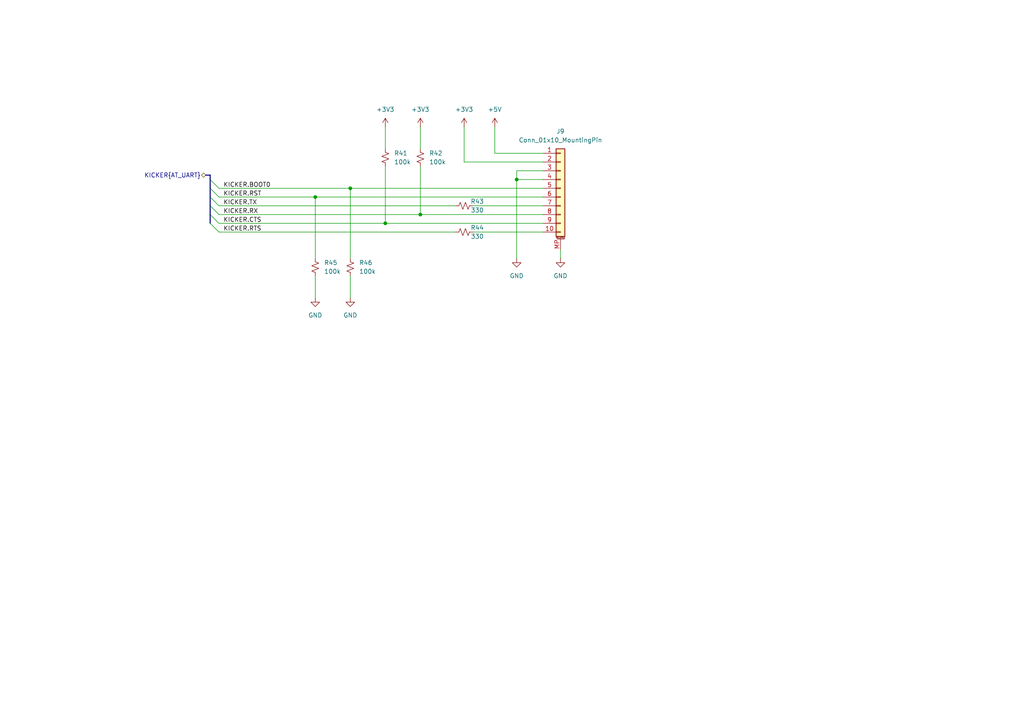
<source format=kicad_sch>
(kicad_sch (version 20231120) (generator "eeschema") (generator_version "8.0")
  (paper "A4")
  (title_block (title "Control") (date "2024-12-21") (rev "v3.0") (company "SSL A-Team") (comment 1 "Author: Will Stuckey"))
  (lib_symbols
    (symbol "Connector_Generic_MountingPin:Conn_01x10_MountingPin" (pin_names (offset 1.016) hide)
      (property "Reference" "J" (at 0 12.7 0))
      (property "Value" "Conn_01x10_MountingPin" (at 1.27 -15.24 0))
      (symbol "Conn_01x10_MountingPin_1_1"
        (rectangle (start -1.27 -12.573) (end 0 -12.827) (stroke (width 0.1524)))
        (rectangle (start -1.27 -10.033) (end 0 -10.287) (stroke (width 0.1524)))
        (rectangle (start -1.27 -7.493) (end 0 -7.747) (stroke (width 0.1524)))
        (rectangle (start -1.27 -4.953) (end 0 -5.207) (stroke (width 0.1524)))
        (rectangle (start -1.27 -2.413) (end 0 -2.667) (stroke (width 0.1524)))
        (rectangle (start -1.27 0.127) (end 0 -0.127) (stroke (width 0.1524)))
        (rectangle (start -1.27 2.667) (end 0 2.413) (stroke (width 0.1524)))
        (rectangle (start -1.27 5.207) (end 0 4.953) (stroke (width 0.1524)))
        (rectangle (start -1.27 7.747) (end 0 7.493) (stroke (width 0.1524)))
        (rectangle (start -1.27 10.287) (end 0 10.033) (stroke (width 0.1524)))
        (rectangle (start -1.27 11.43) (end 1.27 -13.97) (stroke (width 0.254)) (fill (type background)))
        (polyline (pts (xy -1.016 -14.732) (xy 1.016 -14.732)) (stroke (width 0.1524)))
        (text "Mounting" (at 0 -14.351 0) (effects (font (size 0.381 0.381))))
        (pin passive line (at -5.08 10.16 0) (length 3.81) (name "Pin_1") (number "1"))
        (pin passive line (at -5.08 -12.7 0) (length 3.81) (name "Pin_10") (number "10"))
        (pin passive line (at -5.08 7.62 0) (length 3.81) (name "Pin_2") (number "2"))
        (pin passive line (at -5.08 5.08 0) (length 3.81) (name "Pin_3") (number "3"))
        (pin passive line (at -5.08 2.54 0) (length 3.81) (name "Pin_4") (number "4"))
        (pin passive line (at -5.08 0 0) (length 3.81) (name "Pin_5") (number "5"))
        (pin passive line (at -5.08 -2.54 0) (length 3.81) (name "Pin_6") (number "6"))
        (pin passive line (at -5.08 -5.08 0) (length 3.81) (name "Pin_7") (number "7"))
        (pin passive line (at -5.08 -7.62 0) (length 3.81) (name "Pin_8") (number "8"))
        (pin passive line (at -5.08 -10.16 0) (length 3.81) (name "Pin_9") (number "9"))
        (pin passive line (at 0 -17.78 90) (length 3.048) (name "MountPin") (number "MP"))
      )
    )
    (symbol "Device:R_Small_US" (pin_numbers hide) (pin_names (offset 0.254) hide)
      (property "Reference" "R" (at 0.762 0.508 0))
      (property "Value" "R_Small_US" (at 0.762 -1.016 0))
      (symbol "R_Small_US_1_1"
        (polyline (pts (xy 0 0) (xy 1.016 -0.381) (xy 0 -0.762) (xy -1.016 -1.143) (xy 0 -1.524)))
        (polyline (pts (xy 0 1.524) (xy 1.016 1.143) (xy 0 0.762) (xy -1.016 0.381) (xy 0 0)))
        (pin passive line (at 0 2.54 270) (length 1.016) (name "~") (number "1"))
        (pin passive line (at 0 -2.54 90) (length 1.016) (name "~") (number "2"))
      )
    )
    (symbol "power:+3V3" (power) (pin_numbers hide) (pin_names (offset 0) hide)
      (property "Value" "+3V3" (at 0 3.556 0))
      (symbol "+3V3_0_1"
        (polyline (pts (xy -0.762 1.27) (xy 0 2.54)))
        (polyline (pts (xy 0 0) (xy 0 2.54)))
        (polyline (pts (xy 0 2.54) (xy 0.762 1.27)))
      )
      (symbol "+3V3_1_1"
        (pin power_in line (at 0 0 90) (length 0) (name "~") (number "1"))
      )
    )
    (symbol "power:+5V" (power) (pin_numbers hide) (pin_names (offset 0) hide)
      (property "Value" "+5V" (at 0 3.556 0))
      (symbol "+5V_0_1"
        (polyline (pts (xy -0.762 1.27) (xy 0 2.54)))
        (polyline (pts (xy 0 0) (xy 0 2.54)))
        (polyline (pts (xy 0 2.54) (xy 0.762 1.27)))
      )
      (symbol "+5V_1_1"
        (pin power_in line (at 0 0 90) (length 0) (name "~") (number "1"))
      )
    )
    (symbol "power:GND" (power) (pin_numbers hide) (pin_names (offset 0) hide)
      (property "Value" "GND" (at 0 -3.81 0))
      (symbol "GND_0_1"
        (polyline (pts (xy 0 0) (xy 0 -1.27) (xy 1.27 -1.27) (xy 0 -2.54) (xy -1.27 -1.27) (xy 0 -1.27)))
      )
      (symbol "GND_1_1"
        (pin power_in line (at 0 0 270) (length 0) (name "~") (number "1"))
      )
    )
  )
  (junction (at 91.44 57.15))
  (junction (at 121.92 62.23))
  (junction (at 149.86 52.07))
  (junction (at 111.76 64.77))
  (junction (at 101.6 54.61))
  (bus_entry (at 60.96 52.07) (size 2.54 2.54))
  (bus_entry (at 60.96 64.77) (size 2.54 2.54))
  (bus_entry (at 60.96 62.23) (size 2.54 2.54))
  (bus_entry (at 60.96 57.15) (size 2.54 2.54))
  (bus_entry (at 60.96 59.69) (size 2.54 2.54))
  (bus_entry (at 60.96 54.61) (size 2.54 2.54))
  (bus (pts (xy 60.96 54.61) (xy 60.96 57.15)))
  (wire (pts (xy 111.76 36.83) (xy 111.76 43.18)))
  (wire (pts (xy 134.62 46.99) (xy 157.48 46.99)))
  (bus (pts (xy 60.96 50.8) (xy 60.96 52.07)))
  (wire (pts (xy 162.56 72.39) (xy 162.56 74.93)))
  (wire (pts (xy 111.76 64.77) (xy 157.48 64.77)))
  (wire (pts (xy 121.92 48.26) (xy 121.92 62.23)))
  (wire (pts (xy 149.86 52.07) (xy 149.86 74.93)))
  (wire (pts (xy 111.76 48.26) (xy 111.76 64.77)))
  (bus (pts (xy 60.96 62.23) (xy 60.96 64.77)))
  (wire (pts (xy 101.6 54.61) (xy 157.48 54.61)))
  (wire (pts (xy 137.16 59.69) (xy 157.48 59.69)))
  (wire (pts (xy 63.5 54.61) (xy 101.6 54.61)))
  (wire (pts (xy 121.92 36.83) (xy 121.92 43.18)))
  (wire (pts (xy 149.86 49.53) (xy 149.86 52.07)))
  (wire (pts (xy 63.5 57.15) (xy 91.44 57.15)))
  (wire (pts (xy 101.6 80.01) (xy 101.6 86.36)))
  (bus (pts (xy 60.96 52.07) (xy 60.96 54.61)))
  (wire (pts (xy 63.5 59.69) (xy 132.08 59.69)))
  (wire (pts (xy 63.5 64.77) (xy 111.76 64.77)))
  (bus (pts (xy 60.96 57.15) (xy 60.96 59.69)))
  (wire (pts (xy 63.5 62.23) (xy 121.92 62.23)))
  (wire (pts (xy 91.44 57.15) (xy 157.48 57.15)))
  (bus (pts (xy 60.96 59.69) (xy 60.96 62.23)))
  (wire (pts (xy 143.51 36.83) (xy 143.51 44.45)))
  (wire (pts (xy 143.51 44.45) (xy 157.48 44.45)))
  (wire (pts (xy 134.62 36.83) (xy 134.62 46.99)))
  (wire (pts (xy 137.16 67.31) (xy 157.48 67.31)))
  (wire (pts (xy 157.48 49.53) (xy 149.86 49.53)))
  (wire (pts (xy 91.44 80.01) (xy 91.44 86.36)))
  (wire (pts (xy 149.86 52.07) (xy 157.48 52.07)))
  (wire (pts (xy 63.5 67.31) (xy 132.08 67.31)))
  (wire (pts (xy 101.6 54.61) (xy 101.6 74.93)))
  (wire (pts (xy 91.44 57.15) (xy 91.44 74.93)))
  (bus (pts (xy 59.69 50.8) (xy 60.96 50.8)))
  (wire (pts (xy 121.92 62.23) (xy 157.48 62.23)))
  (label "KICKER.BOOT0" (at 64.77 54.61 0))
  (label "KICKER.RST" (at 64.77 57.15 0))
  (label "KICKER.RX" (at 64.77 62.23 0))
  (label "KICKER.TX" (at 64.77 59.69 0))
  (label "KICKER.CTS" (at 64.77 64.77 0))
  (label "KICKER.RTS" (at 64.77 67.31 0))
  (hierarchical_label "KICKER{AT_UART}" (shape bidirectional) (at 59.69 50.8 180))
  (symbol (lib_id "Connector_Generic_MountingPin:Conn_01x10_MountingPin") (at 162.56 54.61 0) (unit 1)
    (property "Reference" "J9" (at 162.56 38.1 0))
    (property "Value" "Conn_01x10_MountingPin" (at 162.56 40.64 0))
    (property "Description" "Generic connectable mounting pin connector, single row, 01x10, script generated (kicad-library-utils/schlib/autogen/connector/)" (effects (hide yes)))
  )
  (symbol (lib_id "power:+3V3") (at 111.76 36.83 0) (unit 1)
    (property "Reference" "#PWR0108" (effects (hide yes)))
    (property "Value" "+3V3" (at 111.76 31.75 0))
    (property "Description" "Power symbol creates a global label with name \"+3V3\"" (effects (hide yes)))
  )
  (symbol (lib_id "power:GND") (at 91.44 86.36 0) (unit 1)
    (property "Reference" "#PWR0114" (effects (hide yes)))
    (property "Value" "GND" (at 91.44 91.44 0))
    (property "Description" "Power symbol creates a global label with name \"GND\" , ground" (effects (hide yes)))
  )
  (symbol (lib_id "Device:R_Small_US") (at 121.92 45.72 0) (unit 1)
    (property "Reference" "R42" (at 124.46 44.4499 0) (effects (justify left)))
    (property "Value" "100k" (at 124.46 46.9899 0) (effects (justify left)))
    (property "Footprint" "Resistor_SMD:R_0402_1005Metric" (effects (hide yes)))
    (property "Description" "Resistor, small US symbol" (effects (hide yes)))
  )
  (symbol (lib_id "power:+3V3") (at 121.92 36.83 0) (unit 1)
    (property "Reference" "#PWR0109" (effects (hide yes)))
    (property "Value" "+3V3" (at 121.92 31.75 0))
    (property "Description" "Power symbol creates a global label with name \"+3V3\"" (effects (hide yes)))
  )
  (symbol (lib_id "power:+3V3") (at 134.62 36.83 0) (unit 1)
    (property "Reference" "#PWR0110" (effects (hide yes)))
    (property "Value" "+3V3" (at 134.62 31.75 0))
    (property "Description" "Power symbol creates a global label with name \"+3V3\"" (effects (hide yes)))
  )
  (symbol (lib_id "power:GND") (at 162.56 74.93 0) (unit 1)
    (property "Reference" "#PWR0113" (effects (hide yes)))
    (property "Value" "GND" (at 162.56 80.01 0))
    (property "Description" "Power symbol creates a global label with name \"GND\" , ground" (effects (hide yes)))
  )
  (symbol (lib_id "Device:R_Small_US") (at 111.76 45.72 0) (unit 1)
    (property "Reference" "R41" (at 114.3 44.4499 0) (effects (justify left)))
    (property "Value" "100k" (at 114.3 46.9899 0) (effects (justify left)))
    (property "Footprint" "Resistor_SMD:R_0402_1005Metric" (effects (hide yes)))
    (property "Description" "Resistor, small US symbol" (effects (hide yes)))
  )
  (symbol (lib_id "power:+5V") (at 143.51 36.83 0) (unit 1)
    (property "Reference" "#PWR0111" (effects (hide yes)))
    (property "Value" "+5V" (at 143.51 31.75 0))
    (property "Description" "Power symbol creates a global label with name \"+5V\"" (effects (hide yes)))
  )
  (symbol (lib_id "Device:R_Small_US") (at 134.62 67.31 90) (unit 1)
    (property "Reference" "R44" (at 138.43 66.04 90))
    (property "Value" "330" (at 138.43 68.58 90))
    (property "Footprint" "Resistor_SMD:R_0402_1005Metric" (effects (hide yes)))
    (property "Description" "Resistor, small US symbol" (effects (hide yes)))
  )
  (symbol (lib_id "Device:R_Small_US") (at 91.44 77.47 0) (unit 1)
    (property "Reference" "R45" (at 93.98 76.1999 0) (effects (justify left)))
    (property "Value" "100k" (at 93.98 78.7399 0) (effects (justify left)))
    (property "Footprint" "Resistor_SMD:R_0402_1005Metric" (effects (hide yes)))
    (property "Description" "Resistor, small US symbol" (effects (hide yes)))
  )
  (symbol (lib_id "power:GND") (at 101.6 86.36 0) (unit 1)
    (property "Reference" "#PWR0115" (effects (hide yes)))
    (property "Value" "GND" (at 101.6 91.44 0))
    (property "Description" "Power symbol creates a global label with name \"GND\" , ground" (effects (hide yes)))
  )
  (symbol (lib_id "Device:R_Small_US") (at 134.62 59.69 90) (unit 1)
    (property "Reference" "R43" (at 138.43 58.42 90))
    (property "Value" "330" (at 138.43 60.96 90))
    (property "Footprint" "Resistor_SMD:R_0402_1005Metric" (effects (hide yes)))
    (property "Description" "Resistor, small US symbol" (effects (hide yes)))
  )
  (symbol (lib_id "Device:R_Small_US") (at 101.6 77.47 0) (unit 1)
    (property "Reference" "R46" (at 104.14 76.1999 0) (effects (justify left)))
    (property "Value" "100k" (at 104.14 78.7399 0) (effects (justify left)))
    (property "Footprint" "Resistor_SMD:R_0402_1005Metric" (effects (hide yes)))
    (property "Description" "Resistor, small US symbol" (effects (hide yes)))
  )
  (symbol (lib_id "power:GND") (at 149.86 74.93 0) (unit 1)
    (property "Reference" "#PWR0112" (effects (hide yes)))
    (property "Value" "GND" (at 149.86 80.01 0))
    (property "Description" "Power symbol creates a global label with name \"GND\" , ground" (effects (hide yes)))
  )
)
</source>
